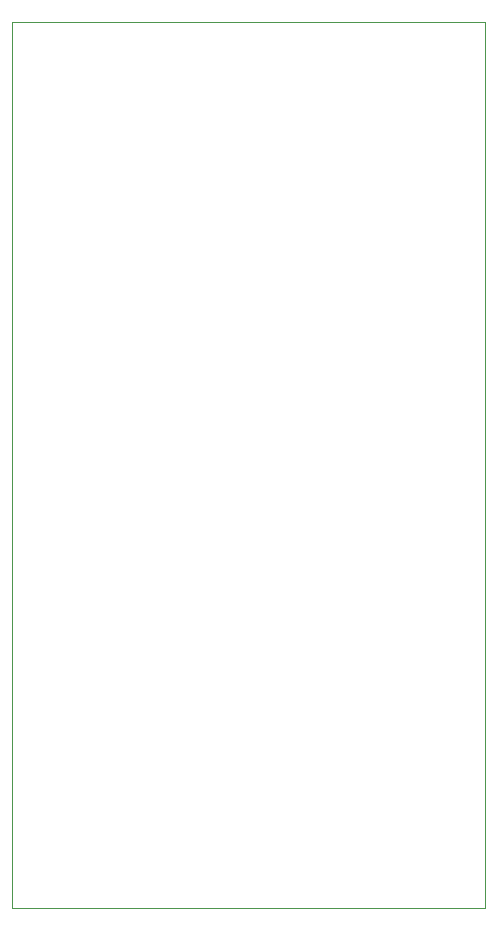
<source format=gbr>
%TF.GenerationSoftware,KiCad,Pcbnew,(7.0.0)*%
%TF.CreationDate,2023-07-06T10:13:40+01:00*%
%TF.ProjectId,wolf flight comp,776f6c66-2066-46c6-9967-687420636f6d,rev?*%
%TF.SameCoordinates,Original*%
%TF.FileFunction,Profile,NP*%
%FSLAX46Y46*%
G04 Gerber Fmt 4.6, Leading zero omitted, Abs format (unit mm)*
G04 Created by KiCad (PCBNEW (7.0.0)) date 2023-07-06 10:13:40*
%MOMM*%
%LPD*%
G01*
G04 APERTURE LIST*
%TA.AperFunction,Profile*%
%ADD10C,0.100000*%
%TD*%
G04 APERTURE END LIST*
D10*
X144145000Y-55175000D02*
X184145000Y-55175000D01*
X184145000Y-55175000D02*
X184145000Y-130175000D01*
X184145000Y-130175000D02*
X144145000Y-130175000D01*
X144145000Y-130175000D02*
X144145000Y-55175000D01*
M02*

</source>
